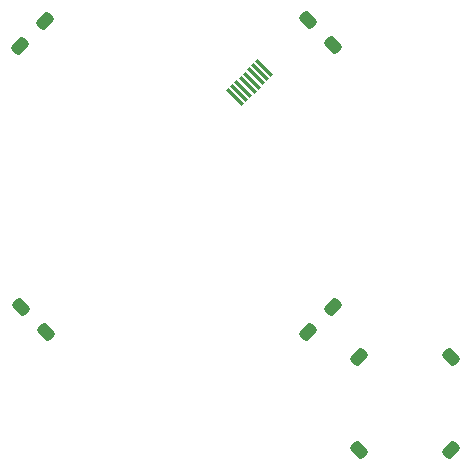
<source format=gbr>
%TF.GenerationSoftware,KiCad,Pcbnew,7.0.2-0*%
%TF.CreationDate,2023-08-13T19:41:18+08:00*%
%TF.ProjectId,Wheel,57686565-6c2e-46b6-9963-61645f706362,rev?*%
%TF.SameCoordinates,Original*%
%TF.FileFunction,Paste,Bot*%
%TF.FilePolarity,Positive*%
%FSLAX46Y46*%
G04 Gerber Fmt 4.6, Leading zero omitted, Abs format (unit mm)*
G04 Created by KiCad (PCBNEW 7.0.2-0) date 2023-08-13 19:41:18*
%MOMM*%
%LPD*%
G01*
G04 APERTURE LIST*
G04 Aperture macros list*
%AMRoundRect*
0 Rectangle with rounded corners*
0 $1 Rounding radius*
0 $2 $3 $4 $5 $6 $7 $8 $9 X,Y pos of 4 corners*
0 Add a 4 corners polygon primitive as box body*
4,1,4,$2,$3,$4,$5,$6,$7,$8,$9,$2,$3,0*
0 Add four circle primitives for the rounded corners*
1,1,$1+$1,$2,$3*
1,1,$1+$1,$4,$5*
1,1,$1+$1,$6,$7*
1,1,$1+$1,$8,$9*
0 Add four rect primitives between the rounded corners*
20,1,$1+$1,$2,$3,$4,$5,0*
20,1,$1+$1,$4,$5,$6,$7,0*
20,1,$1+$1,$6,$7,$8,$9,0*
20,1,$1+$1,$8,$9,$2,$3,0*%
%AMRotRect*
0 Rectangle, with rotation*
0 The origin of the aperture is its center*
0 $1 length*
0 $2 width*
0 $3 Rotation angle, in degrees counterclockwise*
0 Add horizontal line*
21,1,$1,$2,0,0,$3*%
G04 Aperture macros list end*
%ADD10RoundRect,0.250000X0.512652X0.159099X0.159099X0.512652X-0.512652X-0.159099X-0.159099X-0.512652X0*%
%ADD11RoundRect,0.250000X-0.159099X0.512652X-0.512652X0.159099X0.159099X-0.512652X0.512652X-0.159099X0*%
%ADD12RoundRect,0.250000X0.159099X-0.512652X0.512652X-0.159099X-0.159099X0.512652X-0.512652X0.159099X0*%
%ADD13RoundRect,0.250000X-0.512652X-0.159099X-0.159099X-0.512652X0.512652X0.159099X0.159099X0.512652X0*%
%ADD14RotRect,0.350000X1.800000X45.000000*%
G04 APERTURE END LIST*
D10*
%TO.C,REF\u002A\u002A*%
X188089609Y-87130710D03*
%TD*%
D11*
%TO.C,REF\u002A\u002A*%
X188160319Y-113505794D03*
%TD*%
D10*
%TO.C,REF\u002A\u002A*%
X214627326Y-115605900D03*
%TD*%
D12*
%TO.C,REF\u002A\u002A*%
X210363473Y-87059999D03*
%TD*%
%TO.C,REF\u002A\u002A*%
X222476212Y-115605900D03*
%TD*%
D13*
%TO.C,REF\u002A\u002A*%
X212484792Y-111384473D03*
%TD*%
D12*
%TO.C,REF\u002A\u002A*%
X212484793Y-89181319D03*
%TD*%
D13*
%TO.C,REF\u002A\u002A*%
X222476212Y-123454786D03*
%TD*%
%TO.C,REF\u002A\u002A*%
X210328116Y-113470438D03*
%TD*%
D11*
%TO.C,REF\u002A\u002A*%
X186074354Y-111349118D03*
%TD*%
D14*
%TO.C,J1*%
X204162146Y-93614880D03*
X204515699Y-93261326D03*
X204869253Y-92907773D03*
X205222806Y-92554219D03*
X205576359Y-92200666D03*
X205929913Y-91847113D03*
X206283466Y-91493559D03*
X206637020Y-91140006D03*
%TD*%
D11*
%TO.C,REF\u002A\u002A*%
X214627326Y-123454786D03*
%TD*%
D10*
%TO.C,REF\u002A\u002A*%
X185968288Y-89252030D03*
%TD*%
M02*

</source>
